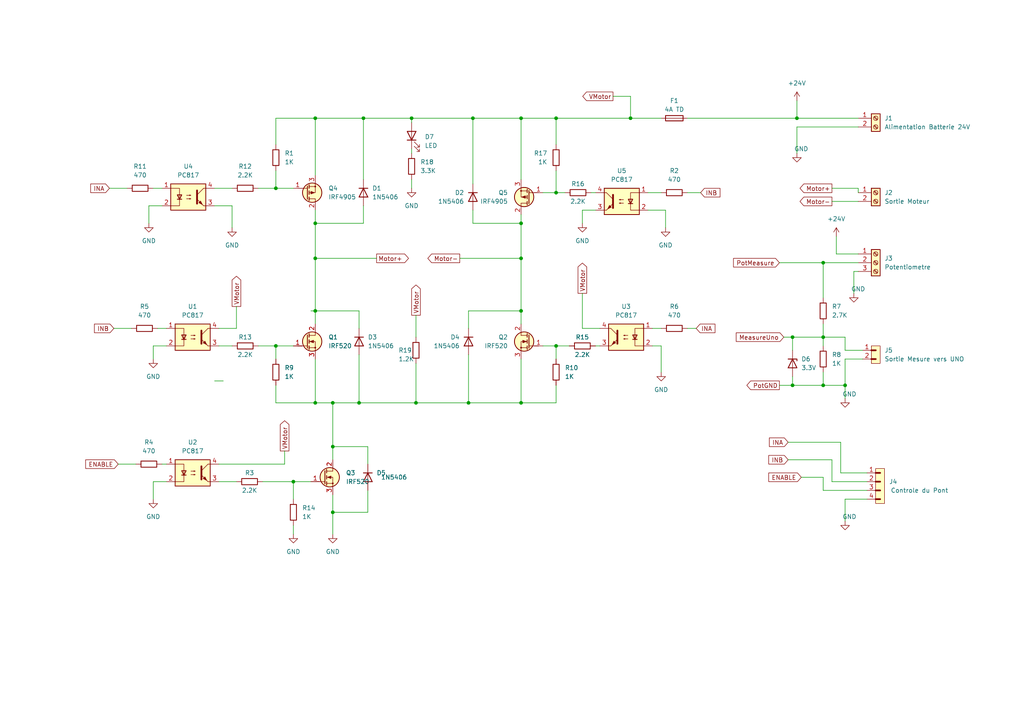
<source format=kicad_sch>
(kicad_sch (version 20231120) (generator "eeschema") (generator_version "8.0")
  (paper "A4")
  (title_block (title "Interface Moteur Elevation Panneau Solaire") (company "CREPP") (comment 1 "remplacement d'un L298N "))
  (lib_symbols
    (symbol "Connector:Screw_Terminal_01x02" (pin_names (offset 1.016) hide)
      (property "Reference" "J" (at 0 2.54 0))
      (property "Value" "Screw_Terminal_01x02" (at 0 -5.08 0))
      (symbol "Screw_Terminal_01x02_1_1"
        (rectangle (start -1.27 1.27) (end 1.27 -3.81) (stroke (width 0.254)) (fill (type background)))
        (circle (center 0 -2.54) (radius 0.635) (stroke (width 0.1524)))
        (polyline (pts (xy -0.5334 -2.2098) (xy 0.3302 -3.048)) (stroke (width 0.1524)))
        (polyline (pts (xy -0.5334 0.3302) (xy 0.3302 -0.508)) (stroke (width 0.1524)))
        (polyline (pts (xy -0.3556 -2.032) (xy 0.508 -2.8702)) (stroke (width 0.1524)))
        (polyline (pts (xy -0.3556 0.508) (xy 0.508 -0.3302)) (stroke (width 0.1524)))
        (circle (center 0 0) (radius 0.635) (stroke (width 0.1524)))
        (pin passive line (at -5.08 0 0) (length 3.81) (name "Pin_1") (number "1"))
        (pin passive line (at -5.08 -2.54 0) (length 3.81) (name "Pin_2") (number "2"))
      )
    )
    (symbol "Connector:Screw_Terminal_01x03" (pin_names (offset 1.016) hide)
      (property "Reference" "J" (at 0 5.08 0))
      (property "Value" "Screw_Terminal_01x03" (at 0 -5.08 0))
      (symbol "Screw_Terminal_01x03_1_1"
        (rectangle (start -1.27 3.81) (end 1.27 -3.81) (stroke (width 0.254)) (fill (type background)))
        (circle (center 0 -2.54) (radius 0.635) (stroke (width 0.1524)))
        (polyline (pts (xy -0.5334 -2.2098) (xy 0.3302 -3.048)) (stroke (width 0.1524)))
        (polyline (pts (xy -0.5334 0.3302) (xy 0.3302 -0.508)) (stroke (width 0.1524)))
        (polyline (pts (xy -0.5334 2.8702) (xy 0.3302 2.032)) (stroke (width 0.1524)))
        (polyline (pts (xy -0.3556 -2.032) (xy 0.508 -2.8702)) (stroke (width 0.1524)))
        (polyline (pts (xy -0.3556 0.508) (xy 0.508 -0.3302)) (stroke (width 0.1524)))
        (polyline (pts (xy -0.3556 3.048) (xy 0.508 2.2098)) (stroke (width 0.1524)))
        (circle (center 0 0) (radius 0.635) (stroke (width 0.1524)))
        (circle (center 0 2.54) (radius 0.635) (stroke (width 0.1524)))
        (pin passive line (at -5.08 2.54 0) (length 3.81) (name "Pin_1") (number "1"))
        (pin passive line (at -5.08 0 0) (length 3.81) (name "Pin_2") (number "2"))
        (pin passive line (at -5.08 -2.54 0) (length 3.81) (name "Pin_3") (number "3"))
      )
    )
    (symbol "Device:D_Zener" (pin_numbers hide) (pin_names (offset 1.016) hide)
      (property "Reference" "D" (at 0 2.54 0))
      (property "Value" "D_Zener" (at 0 -2.54 0))
      (symbol "D_Zener_0_1"
        (polyline (pts (xy 1.27 0) (xy -1.27 0)))
        (polyline (pts (xy -1.27 -1.27) (xy -1.27 1.27) (xy -0.762 1.27)) (stroke (width 0.254)))
        (polyline (pts (xy 1.27 -1.27) (xy 1.27 1.27) (xy -1.27 0) (xy 1.27 -1.27)) (stroke (width 0.254)))
      )
      (symbol "D_Zener_1_1"
        (pin passive line (at -3.81 0 0) (length 2.54) (name "K") (number "1"))
        (pin passive line (at 3.81 0 180) (length 2.54) (name "A") (number "2"))
      )
    )
    (symbol "Device:Fuse" (pin_numbers hide) (pin_names (offset 0))
      (property "Reference" "F" (at 2.032 0 90))
      (property "Value" "Fuse" (at -1.905 0 90))
      (symbol "Fuse_0_1"
        (rectangle (start -0.762 -2.54) (end 0.762 2.54) (stroke (width 0.254)))
        (polyline (pts (xy 0 2.54) (xy 0 -2.54)))
      )
      (symbol "Fuse_1_1"
        (pin passive line (at 0 3.81 270) (length 1.27) (name "~") (number "1"))
        (pin passive line (at 0 -3.81 90) (length 1.27) (name "~") (number "2"))
      )
    )
    (symbol "Device:LED" (pin_numbers hide) (pin_names (offset 1.016) hide)
      (property "Reference" "D" (at 0 2.54 0))
      (property "Value" "LED" (at 0 -2.54 0))
      (symbol "LED_0_1"
        (polyline (pts (xy -1.27 -1.27) (xy -1.27 1.27)) (stroke (width 0.254)))
        (polyline (pts (xy -1.27 0) (xy 1.27 0)))
        (polyline (pts (xy 1.27 -1.27) (xy 1.27 1.27) (xy -1.27 0) (xy 1.27 -1.27)) (stroke (width 0.254)))
        (polyline (pts (xy -3.048 -0.762) (xy -4.572 -2.286) (xy -3.81 -2.286) (xy -4.572 -2.286) (xy -4.572 -1.524)))
        (polyline (pts (xy -1.778 -0.762) (xy -3.302 -2.286) (xy -2.54 -2.286) (xy -3.302 -2.286) (xy -3.302 -1.524)))
      )
      (symbol "LED_1_1"
        (pin passive line (at -3.81 0 0) (length 2.54) (name "K") (number "1"))
        (pin passive line (at 3.81 0 180) (length 2.54) (name "A") (number "2"))
      )
    )
    (symbol "Diode:1N5406" (pin_numbers hide) (pin_names hide)
      (property "Reference" "D" (at 0 2.54 0))
      (property "Value" "1N5406" (at 0 -2.54 0))
      (symbol "1N5406_0_1"
        (polyline (pts (xy -1.27 1.27) (xy -1.27 -1.27)) (stroke (width 0.254)))
        (polyline (pts (xy 1.27 0) (xy -1.27 0)))
        (polyline (pts (xy 1.27 1.27) (xy 1.27 -1.27) (xy -1.27 0) (xy 1.27 1.27)) (stroke (width 0.254)))
      )
      (symbol "1N5406_1_1"
        (pin passive line (at -3.81 0 0) (length 2.54) (name "K") (number "1"))
        (pin passive line (at 3.81 0 180) (length 2.54) (name "A") (number "2"))
      )
    )
    (symbol "Isolator:PC817" (pin_names (offset 1.016))
      (property "Reference" "U" (at -5.08 5.08 0))
      (property "Value" "PC817" (at 0 5.08 0))
      (symbol "PC817_0_1"
        (rectangle (start -5.08 3.81) (end 5.08 -3.81) (stroke (width 0.254)) (fill (type background)))
        (polyline (pts (xy -3.175 -0.635) (xy -1.905 -0.635)) (stroke (width 0.254)))
        (polyline (pts (xy 2.54 0.635) (xy 4.445 2.54)))
        (polyline (pts (xy 4.445 -2.54) (xy 2.54 -0.635)) (fill (type outline)))
        (polyline (pts (xy 4.445 -2.54) (xy 5.08 -2.54)))
        (polyline (pts (xy 4.445 2.54) (xy 5.08 2.54)))
        (polyline (pts (xy -5.08 2.54) (xy -2.54 2.54) (xy -2.54 -0.635)))
        (polyline (pts (xy -2.54 -0.635) (xy -2.54 -2.54) (xy -5.08 -2.54)))
        (polyline (pts (xy 2.54 1.905) (xy 2.54 -1.905) (xy 2.54 -1.905)) (stroke (width 0.508)))
        (polyline (pts (xy -2.54 -0.635) (xy -3.175 0.635) (xy -1.905 0.635) (xy -2.54 -0.635)) (stroke (width 0.254)))
        (polyline (pts (xy -0.508 -0.508) (xy 0.762 -0.508) (xy 0.381 -0.635) (xy 0.381 -0.381) (xy 0.762 -0.508)))
        (polyline (pts (xy -0.508 0.508) (xy 0.762 0.508) (xy 0.381 0.381) (xy 0.381 0.635) (xy 0.762 0.508)))
        (polyline (pts (xy 3.048 -1.651) (xy 3.556 -1.143) (xy 4.064 -2.159) (xy 3.048 -1.651) (xy 3.048 -1.651)) (fill (type outline)))
      )
      (symbol "PC817_1_1"
        (pin passive line (at -7.62 2.54 0) (length 2.54) (name "~") (number "1"))
        (pin passive line (at -7.62 -2.54 0) (length 2.54) (name "~") (number "2"))
        (pin passive line (at 7.62 -2.54 180) (length 2.54) (name "~") (number "3"))
        (pin passive line (at 7.62 2.54 180) (length 2.54) (name "~") (number "4"))
      )
    )
    (symbol "PCM_SL_Devices:Resistor"
      (property "Reference" "R" (at 0 5.08 0))
      (property "Value" "Resistor" (at 0 2.54 0))
      (symbol "Resistor_0_1"
        (rectangle (start -2.286 0.889) (end 2.286 -0.889) (stroke (width 0.24)))
      )
      (symbol "Resistor_1_1"
        (pin passive line (at -3.81 0 0) (length 1.5) (name "") (number "1"))
        (pin passive line (at 3.81 0 180) (length 1.5) (name "~") (number "2"))
      )
    )
    (symbol "PCM_SL_Devices:Resistor_0.5W"
      (property "Reference" "R" (at 0 5.08 0))
      (property "Value" "Resistor_0.5W" (at 0 2.54 0))
      (symbol "Resistor_0.5W_0_1"
        (rectangle (start -2.286 0.889) (end 2.286 -0.889) (stroke (width 0.24)))
      )
      (symbol "Resistor_0.5W_1_1"
        (pin passive line (at -3.81 0 0) (length 1.5) (name "") (number "1"))
        (pin passive line (at 3.81 0 180) (length 1.5) (name "~") (number "2"))
      )
    )
    (symbol "PCM_SL_Pin_Headers:PINHD_1x2_Male"
      (property "Reference" "J" (at 0 6.35 0))
      (property "Value" "PINHD_1x2_Male" (at 0 3.81 0))
      (symbol "PINHD_1x2_Male_0_1"
        (rectangle (start -1.27 2.54) (end 1.27 -2.54) (fill (type background)))
        (polyline (pts (xy -1.27 -1.27) (xy 0 -1.27)) (stroke (width 0.3)))
        (polyline (pts (xy -1.27 -1.27) (xy 0 -1.27)) (stroke (width 0.5)))
        (polyline (pts (xy -1.27 1.27) (xy 0 1.27)) (stroke (width 0.3)))
        (polyline (pts (xy -1.27 1.27) (xy 0 1.27)) (stroke (width 0.5)))
      )
      (symbol "PINHD_1x2_Male_1_1"
        (pin passive line (at -3.81 1.27 0) (length 2.54) (name "") (number "1"))
        (pin passive line (at -3.81 -1.27 0) (length 2.54) (name "") (number "2"))
      )
    )
    (symbol "PCM_SL_Pin_Headers:PINHD_1x4_Male"
      (property "Reference" "J" (at 0 8.89 0))
      (property "Value" "PINHD_1x4_Male" (at 0 6.35 0))
      (symbol "PINHD_1x4_Male_0_1"
        (rectangle (start -1.27 5.08) (end 1.27 -5.08) (fill (type background)))
        (polyline (pts (xy -1.27 -3.81) (xy 0 -3.81)) (stroke (width 0.3)))
        (polyline (pts (xy -1.27 -3.81) (xy 0 -3.81)) (stroke (width 0.5)))
        (polyline (pts (xy -1.27 -1.27) (xy 0 -1.27)) (stroke (width 0.3)))
        (polyline (pts (xy -1.27 -1.27) (xy 0 -1.27)) (stroke (width 0.5)))
        (polyline (pts (xy -1.27 1.27) (xy 0 1.27)) (stroke (width 0.3)))
        (polyline (pts (xy -1.27 1.27) (xy 0 1.27)) (stroke (width 0.5)))
        (polyline (pts (xy -1.27 3.81) (xy 0 3.81)) (stroke (width 0.3)))
        (polyline (pts (xy -1.27 3.81) (xy 0 3.81)) (stroke (width 0.5)))
      )
      (symbol "PINHD_1x4_Male_1_1"
        (pin passive line (at -3.81 3.81 0) (length 2.54) (name "") (number "1"))
        (pin passive line (at -3.81 1.27 0) (length 2.54) (name "") (number "2"))
        (pin passive line (at -3.81 -1.27 0) (length 2.54) (name "") (number "3"))
        (pin passive line (at -3.81 -3.81 0) (length 2.54) (name "") (number "4"))
      )
    )
    (symbol "PCM_Transistor_MOSFET_AKL:IRF4905" (pin_names hide)
      (property "Reference" "Q" (at 5.08 1.27 0))
      (property "Value" "IRF4905" (at 5.08 -1.27 0))
      (symbol "IRF4905_0_1"
        (polyline (pts (xy 0.254 -1.905) (xy 0.254 1.905)) (stroke (width 0.254)))
        (polyline (pts (xy 0.254 1.27) (xy -2.54 1.27)))
        (polyline (pts (xy 0.762 -2.286) (xy 0.762 -1.27)) (stroke (width 0.254)))
        (polyline (pts (xy 0.762 -1.778) (xy 2.54 -1.778)))
        (polyline (pts (xy 0.762 -0.508) (xy 0.762 0.508)) (stroke (width 0.254)))
        (polyline (pts (xy 0.762 1.27) (xy 0.762 2.286)) (stroke (width 0.254)))
        (polyline (pts (xy 0.762 1.778) (xy 2.54 1.778)))
        (polyline (pts (xy 2.54 -2.54) (xy 2.54 -1.778)))
        (polyline (pts (xy 2.54 2.54) (xy 2.54 0) (xy 0.762 0)))
        (polyline (pts (xy 2.286 0) (xy 1.27 -0.381) (xy 1.27 0.381) (xy 2.286 0)) (fill (type outline)))
      )
      (symbol "IRF4905_1_1"
        (circle (center 1.651 0) (radius 2.794) (stroke (width 0.254)) (fill (type background)))
        (circle (center 2.54 1.778) (radius 0.1778) (fill (type outline)))
        (pin input line (at -3.81 1.27 0) (length 2.54) (name "G") (number "1"))
        (pin passive line (at 2.54 -5.08 90) (length 2.54) (name "D") (number "2"))
        (pin passive line (at 2.54 5.08 270) (length 2.54) (name "S") (number "3"))
      )
    )
    (symbol "PCM_Transistor_MOSFET_AKL:IRF520" (pin_names hide)
      (property "Reference" "Q" (at 5.08 1.27 0))
      (property "Value" "IRF520" (at 5.08 -1.27 0))
      (symbol "IRF520_0_1"
        (polyline (pts (xy 0.254 -1.27) (xy -2.54 -1.27)))
        (polyline (pts (xy 0.254 1.905) (xy 0.254 -1.905)) (stroke (width 0.254)))
        (polyline (pts (xy 0.762 -1.778) (xy 2.54 -1.778)))
        (polyline (pts (xy 0.762 -1.27) (xy 0.762 -2.286)) (stroke (width 0.254)))
        (polyline (pts (xy 0.762 0.508) (xy 0.762 -0.508)) (stroke (width 0.254)))
        (polyline (pts (xy 0.762 2.286) (xy 0.762 1.27)) (stroke (width 0.254)))
        (polyline (pts (xy 2.54 1.778) (xy 0.762 1.778)))
        (polyline (pts (xy 2.54 2.54) (xy 2.54 1.778)))
        (polyline (pts (xy 2.54 -2.54) (xy 2.54 0) (xy 0.762 0)))
        (polyline (pts (xy 1.016 0) (xy 2.032 0.381) (xy 2.032 -0.381) (xy 1.016 0)) (fill (type outline)))
        (circle (center 1.651 0) (radius 2.794) (stroke (width 0.254)) (fill (type background)))
        (circle (center 2.54 -1.778) (radius 0.1778) (fill (type outline)))
      )
      (symbol "IRF520_1_1"
        (pin input line (at -3.81 -1.27 0) (length 2.54) (name "G") (number "1"))
        (pin passive line (at 2.54 5.08 270) (length 2.54) (name "D") (number "2"))
        (pin passive line (at 2.54 -5.08 90) (length 2.54) (name "S") (number "3"))
      )
    )
    (symbol "power:+24V" (power) (pin_names (offset 0))
      (property "Value" "+24V" (at 0 3.556 0))
      (symbol "+24V_0_1"
        (polyline (pts (xy -0.762 1.27) (xy 0 2.54)))
        (polyline (pts (xy 0 0) (xy 0 2.54)))
        (polyline (pts (xy 0 2.54) (xy 0.762 1.27)))
      )
      (symbol "+24V_1_1"
        (pin power_in line (at 0 0 90) (length 0) hide (name "+24V") (number "1"))
      )
    )
    (symbol "power:GND" (power) (pin_names (offset 0))
      (property "Value" "GND" (at 0 -3.81 0))
      (symbol "GND_0_1"
        (polyline (pts (xy 0 0) (xy 0 -1.27) (xy 1.27 -1.27) (xy 0 -2.54) (xy -1.27 -1.27) (xy 0 -1.27)))
      )
      (symbol "GND_1_1"
        (pin power_in line (at 0 0 270) (length 0) hide (name "GND") (number "1"))
      )
    )
  )
  (junction (at 229.87 111.76))
  (junction (at 238.76 111.76))
  (junction (at 91.44 116.84))
  (junction (at 238.76 76.2))
  (junction (at 105.41 34.29))
  (junction (at 161.29 55.88))
  (junction (at 96.52 116.84))
  (junction (at 151.13 90.17))
  (junction (at 91.44 64.77))
  (junction (at 151.13 64.77))
  (junction (at 96.52 148.59))
  (junction (at 96.52 129.54))
  (junction (at 182.88 34.29))
  (junction (at 151.13 34.29))
  (junction (at 161.29 34.29))
  (junction (at 91.44 74.93))
  (junction (at 238.76 97.79))
  (junction (at 135.89 116.84))
  (junction (at 161.29 100.33))
  (junction (at 137.16 34.29))
  (junction (at 151.13 74.93))
  (junction (at 151.13 116.84))
  (junction (at 80.01 54.61))
  (junction (at 91.44 90.17))
  (junction (at 120.65 116.84))
  (junction (at 231.14 34.29))
  (junction (at 104.14 116.84))
  (junction (at 85.09 139.7))
  (junction (at 119.38 34.29))
  (junction (at 91.44 34.29))
  (junction (at 80.01 100.33))
  (junction (at 245.11 111.76))
  (junction (at 229.87 97.79))
  (wire (pts (xy 44.45 139.7) (xy 48.26 139.7)))
  (wire (pts (xy 229.87 97.79) (xy 229.87 101.6)))
  (wire (pts (xy 161.29 100.33) (xy 161.29 104.14)))
  (wire (pts (xy 80.01 111.76) (xy 80.01 116.84)))
  (wire (pts (xy 105.41 34.29) (xy 91.44 34.29)))
  (wire (pts (xy 119.38 52.07) (xy 119.38 54.61)))
  (wire (pts (xy 80.01 100.33) (xy 80.01 104.14)))
  (wire (pts (xy 91.44 34.29) (xy 91.44 50.8)))
  (wire (pts (xy 238.76 97.79) (xy 245.11 97.79)))
  (wire (pts (xy 177.8 27.94) (xy 182.88 27.94)))
  (wire (pts (xy 247.65 78.74) (xy 247.65 85.09)))
  (wire (pts (xy 172.72 100.33) (xy 173.99 100.33)))
  (wire (pts (xy 90.17 90.17) (xy 91.44 90.17)))
  (wire (pts (xy 62.23 110.49) (xy 64.77 110.49)))
  (wire (pts (xy 43.18 59.69) (xy 43.18 64.77)))
  (wire (pts (xy 137.16 53.34) (xy 137.16 34.29)))
  (wire (pts (xy 85.09 139.7) (xy 85.09 144.78)))
  (wire (pts (xy 231.14 34.29) (xy 199.39 34.29)))
  (wire (pts (xy 245.11 111.76) (xy 245.11 115.57)))
  (wire (pts (xy 238.76 76.2) (xy 248.92 76.2)))
  (wire (pts (xy 31.75 54.61) (xy 36.83 54.61)))
  (wire (pts (xy 80.01 54.61) (xy 85.09 54.61)))
  (wire (pts (xy 105.41 59.69) (xy 105.41 64.77)))
  (wire (pts (xy 120.65 91.44) (xy 120.65 97.79)))
  (wire (pts (xy 91.44 90.17) (xy 91.44 93.98)))
  (wire (pts (xy 241.3 133.35) (xy 241.3 139.7)))
  (wire (pts (xy 74.93 54.61) (xy 80.01 54.61)))
  (wire (pts (xy 182.88 34.29) (xy 191.77 34.29)))
  (wire (pts (xy 62.23 59.69) (xy 67.31 59.69)))
  (wire (pts (xy 151.13 116.84) (xy 161.29 116.84)))
  (wire (pts (xy 33.02 95.25) (xy 38.1 95.25)))
  (wire (pts (xy 46.99 134.62) (xy 48.26 134.62)))
  (wire (pts (xy 80.01 49.53) (xy 80.01 54.61)))
  (wire (pts (xy 104.14 102.87) (xy 104.14 116.84)))
  (wire (pts (xy 135.89 90.17) (xy 151.13 90.17)))
  (wire (pts (xy 243.84 128.27) (xy 243.84 137.16)))
  (wire (pts (xy 168.91 85.09) (xy 168.91 95.25)))
  (wire (pts (xy 238.76 107.95) (xy 238.76 111.76)))
  (wire (pts (xy 63.5 134.62) (xy 82.55 134.62)))
  (wire (pts (xy 193.04 60.96) (xy 193.04 66.04)))
  (wire (pts (xy 137.16 64.77) (xy 151.13 64.77)))
  (wire (pts (xy 245.11 104.14) (xy 245.11 111.76)))
  (wire (pts (xy 96.52 116.84) (xy 96.52 129.54)))
  (wire (pts (xy 241.3 54.61) (xy 248.92 54.61)))
  (wire (pts (xy 191.77 55.88) (xy 187.96 55.88)))
  (wire (pts (xy 46.99 59.69) (xy 43.18 59.69)))
  (wire (pts (xy 157.48 100.33) (xy 161.29 100.33)))
  (wire (pts (xy 248.92 36.83) (xy 231.14 36.83)))
  (wire (pts (xy 238.76 111.76) (xy 245.11 111.76)))
  (wire (pts (xy 238.76 138.43) (xy 238.76 142.24)))
  (wire (pts (xy 137.16 34.29) (xy 151.13 34.29)))
  (wire (pts (xy 82.55 130.81) (xy 82.55 134.62)))
  (wire (pts (xy 106.68 148.59) (xy 96.52 148.59)))
  (wire (pts (xy 229.87 109.22) (xy 229.87 111.76)))
  (wire (pts (xy 63.5 100.33) (xy 67.31 100.33)))
  (wire (pts (xy 135.89 95.25) (xy 135.89 90.17)))
  (wire (pts (xy 151.13 104.14) (xy 151.13 116.84)))
  (wire (pts (xy 189.23 100.33) (xy 191.77 100.33)))
  (wire (pts (xy 245.11 144.78) (xy 245.11 151.13)))
  (wire (pts (xy 96.52 148.59) (xy 96.52 154.94)))
  (wire (pts (xy 91.44 60.96) (xy 91.44 64.77)))
  (wire (pts (xy 91.44 74.93) (xy 91.44 90.17)))
  (wire (pts (xy 191.77 100.33) (xy 191.77 107.95)))
  (wire (pts (xy 119.38 43.18) (xy 119.38 44.45)))
  (wire (pts (xy 85.09 152.4) (xy 85.09 154.94)))
  (wire (pts (xy 133.35 74.93) (xy 151.13 74.93)))
  (wire (pts (xy 228.6 133.35) (xy 241.3 133.35)))
  (wire (pts (xy 151.13 34.29) (xy 161.29 34.29)))
  (wire (pts (xy 168.91 95.25) (xy 173.99 95.25)))
  (wire (pts (xy 151.13 62.23) (xy 151.13 64.77)))
  (wire (pts (xy 104.14 116.84) (xy 120.65 116.84)))
  (wire (pts (xy 241.3 139.7) (xy 251.46 139.7)))
  (wire (pts (xy 74.93 100.33) (xy 80.01 100.33)))
  (wire (pts (xy 151.13 74.93) (xy 151.13 90.17)))
  (wire (pts (xy 229.87 111.76) (xy 238.76 111.76)))
  (wire (pts (xy 245.11 104.14) (xy 250.19 104.14)))
  (wire (pts (xy 96.52 129.54) (xy 106.68 129.54)))
  (wire (pts (xy 105.41 64.77) (xy 91.44 64.77)))
  (wire (pts (xy 91.44 116.84) (xy 96.52 116.84)))
  (wire (pts (xy 251.46 144.78) (xy 245.11 144.78)))
  (wire (pts (xy 76.2 139.7) (xy 85.09 139.7)))
  (wire (pts (xy 172.72 55.88) (xy 171.45 55.88)))
  (wire (pts (xy 91.44 74.93) (xy 109.22 74.93)))
  (wire (pts (xy 62.23 54.61) (xy 67.31 54.61)))
  (wire (pts (xy 248.92 34.29) (xy 231.14 34.29)))
  (wire (pts (xy 227.33 97.79) (xy 229.87 97.79)))
  (wire (pts (xy 119.38 34.29) (xy 137.16 34.29)))
  (wire (pts (xy 48.26 100.33) (xy 44.45 100.33)))
  (wire (pts (xy 245.11 101.6) (xy 250.19 101.6)))
  (wire (pts (xy 96.52 143.51) (xy 96.52 148.59)))
  (wire (pts (xy 161.29 34.29) (xy 161.29 41.91)))
  (wire (pts (xy 241.3 58.42) (xy 248.92 58.42)))
  (wire (pts (xy 63.5 139.7) (xy 68.58 139.7)))
  (wire (pts (xy 161.29 100.33) (xy 165.1 100.33)))
  (wire (pts (xy 151.13 64.77) (xy 151.13 74.93)))
  (wire (pts (xy 201.93 95.25) (xy 199.39 95.25)))
  (wire (pts (xy 168.91 60.96) (xy 168.91 64.77)))
  (wire (pts (xy 91.44 64.77) (xy 91.44 74.93)))
  (wire (pts (xy 238.76 142.24) (xy 251.46 142.24)))
  (wire (pts (xy 243.84 137.16) (xy 251.46 137.16)))
  (wire (pts (xy 151.13 34.29) (xy 151.13 52.07)))
  (wire (pts (xy 226.06 76.2) (xy 238.76 76.2)))
  (wire (pts (xy 135.89 102.87) (xy 135.89 116.84)))
  (wire (pts (xy 96.52 129.54) (xy 96.52 133.35)))
  (wire (pts (xy 106.68 142.24) (xy 106.68 148.59)))
  (wire (pts (xy 231.14 36.83) (xy 231.14 44.45)))
  (wire (pts (xy 68.58 88.9) (xy 68.58 95.25)))
  (wire (pts (xy 105.41 52.07) (xy 105.41 34.29)))
  (wire (pts (xy 137.16 60.96) (xy 137.16 64.77)))
  (wire (pts (xy 44.45 139.7) (xy 44.45 144.78)))
  (wire (pts (xy 44.45 100.33) (xy 44.45 104.14)))
  (wire (pts (xy 182.88 27.94) (xy 182.88 34.29)))
  (wire (pts (xy 238.76 93.98) (xy 238.76 97.79)))
  (wire (pts (xy 228.6 128.27) (xy 243.84 128.27)))
  (wire (pts (xy 106.68 134.62) (xy 106.68 129.54)))
  (wire (pts (xy 45.72 95.25) (xy 48.26 95.25)))
  (wire (pts (xy 104.14 90.17) (xy 104.14 95.25)))
  (wire (pts (xy 120.65 105.41) (xy 120.65 116.84)))
  (wire (pts (xy 248.92 78.74) (xy 247.65 78.74)))
  (wire (pts (xy 187.96 60.96) (xy 193.04 60.96)))
  (wire (pts (xy 80.01 34.29) (xy 80.01 41.91)))
  (wire (pts (xy 67.31 59.69) (xy 67.31 66.04)))
  (wire (pts (xy 242.57 73.66) (xy 248.92 73.66)))
  (wire (pts (xy 191.77 95.25) (xy 189.23 95.25)))
  (wire (pts (xy 119.38 34.29) (xy 119.38 35.56)))
  (wire (pts (xy 157.48 55.88) (xy 161.29 55.88)))
  (wire (pts (xy 63.5 95.25) (xy 68.58 95.25)))
  (wire (pts (xy 135.89 116.84) (xy 151.13 116.84)))
  (wire (pts (xy 199.39 55.88) (xy 203.2 55.88)))
  (wire (pts (xy 238.76 97.79) (xy 238.76 100.33)))
  (wire (pts (xy 80.01 100.33) (xy 85.09 100.33)))
  (wire (pts (xy 161.29 111.76) (xy 161.29 116.84)))
  (wire (pts (xy 96.52 116.84) (xy 104.14 116.84)))
  (wire (pts (xy 44.45 54.61) (xy 46.99 54.61)))
  (wire (pts (xy 91.44 104.14) (xy 91.44 116.84)))
  (wire (pts (xy 161.29 49.53) (xy 161.29 55.88)))
  (wire (pts (xy 242.57 68.58) (xy 242.57 73.66)))
  (wire (pts (xy 91.44 90.17) (xy 104.14 90.17)))
  (wire (pts (xy 172.72 60.96) (xy 168.91 60.96)))
  (wire (pts (xy 34.29 134.62) (xy 39.37 134.62)))
  (wire (pts (xy 80.01 34.29) (xy 91.44 34.29)))
  (wire (pts (xy 226.06 111.76) (xy 229.87 111.76)))
  (wire (pts (xy 105.41 34.29) (xy 119.38 34.29)))
  (wire (pts (xy 80.01 116.84) (xy 91.44 116.84)))
  (wire (pts (xy 120.65 116.84) (xy 135.89 116.84)))
  (wire (pts (xy 161.29 55.88) (xy 163.83 55.88)))
  (wire (pts (xy 161.29 34.29) (xy 182.88 34.29)))
  (wire (pts (xy 231.14 34.29) (xy 231.14 29.21)))
  (wire (pts (xy 151.13 90.17) (xy 151.13 93.98)))
  (wire (pts (xy 245.11 97.79) (xy 245.11 101.6)))
  (wire (pts (xy 229.87 97.79) (xy 238.76 97.79)))
  (wire (pts (xy 85.09 139.7) (xy 90.17 139.7)))
  (wire (pts (xy 248.92 54.61) (xy 248.92 55.88)))
  (wire (pts (xy 238.76 76.2) (xy 238.76 86.36)))
  (wire (pts (xy 232.41 138.43) (xy 238.76 138.43)))
  (global_label "Motor+" (shape output) (at 241.3 54.61 180) (property "Intersheetrefs" "${INTERSHEET_REFS}" (effects (hide yes))))
  (global_label "VMotor" (shape output) (at 82.55 130.81 90) (property "Intersheetrefs" "${INTERSHEET_REFS}" (effects (hide yes))))
  (global_label "INA" (shape input) (at 31.75 54.61 180) (property "Intersheetrefs" "${INTERSHEET_REFS}" (effects (hide yes))))
  (global_label "ENABLE" (shape input) (at 34.29 134.62 180) (property "Intersheetrefs" "${INTERSHEET_REFS}" (effects (hide yes))))
  (global_label "INB" (shape input) (at 33.02 95.25 180) (property "Intersheetrefs" "${INTERSHEET_REFS}" (effects (hide yes))))
  (global_label "VMotor" (shape output) (at 68.58 88.9 90) (property "Intersheetrefs" "${INTERSHEET_REFS}" (effects (hide yes))))
  (global_label "Motor+" (shape output) (at 109.22 74.93 0) (property "Intersheetrefs" "${INTERSHEET_REFS}" (effects (hide yes))))
  (global_label "PotGND" (shape output) (at 226.06 111.76 180) (property "Intersheetrefs" "${INTERSHEET_REFS}" (effects (hide yes))))
  (global_label "Motor-" (shape output) (at 241.3 58.42 180) (property "Intersheetrefs" "${INTERSHEET_REFS}" (effects (hide yes))))
  (global_label "ENABLE" (shape input) (at 232.41 138.43 180) (property "Intersheetrefs" "${INTERSHEET_REFS}" (effects (hide yes))))
  (global_label "PotMeasure" (shape input) (at 226.06 76.2 180) (property "Intersheetrefs" "${INTERSHEET_REFS}" (effects (hide yes))))
  (global_label "VMotor" (shape output) (at 168.91 85.09 90) (property "Intersheetrefs" "${INTERSHEET_REFS}" (effects (hide yes))))
  (global_label "Motor-" (shape output) (at 133.35 74.93 180) (property "Intersheetrefs" "${INTERSHEET_REFS}" (effects (hide yes))))
  (global_label "VMotor" (shape output) (at 177.8 27.94 180) (property "Intersheetrefs" "${INTERSHEET_REFS}" (effects (hide yes))))
  (global_label "INA" (shape input) (at 228.6 128.27 180) (property "Intersheetrefs" "${INTERSHEET_REFS}" (effects (hide yes))))
  (global_label "INA" (shape input) (at 201.93 95.25 0) (property "Intersheetrefs" "${INTERSHEET_REFS}" (effects (hide yes))))
  (global_label "VMotor" (shape output) (at 120.65 91.44 90) (property "Intersheetrefs" "${INTERSHEET_REFS}" (effects (hide yes))))
  (global_label "MeasureUno" (shape input) (at 227.33 97.79 180) (property "Intersheetrefs" "${INTERSHEET_REFS}" (effects (hide yes))))
  (global_label "INB" (shape input) (at 228.6 133.35 180) (property "Intersheetrefs" "${INTERSHEET_REFS}" (effects (hide yes))))
  (global_label "INB" (shape input) (at 203.2 55.88 0) (property "Intersheetrefs" "${INTERSHEET_REFS}" (effects (hide yes))))
  (symbol (lib_id "power:GND") (at 85.09 154.94 0) (unit 1)
    (property "Reference" "#PWR012" (effects (hide yes)))
    (property "Value" "GND" (at 85.09 160.02 0))
  )
  (symbol (lib_id "Connector:Screw_Terminal_01x02") (at 254 34.29 0) (unit 1)
    (property "Reference" "J1" (at 256.54 34.29 0) (effects (justify left)))
    (property "Value" "Alimentation Batterie 24V" (at 256.54 36.83 0) (effects (justify left)))
    (property "Footprint" "TerminalBlock_Phoenix:TerminalBlock_Phoenix_MKDS-1,5-2-5.08_1x02_P5.08mm_Horizontal" (effects (hide yes)))
  )
  (symbol (lib_id "PCM_SL_Devices:Resistor") (at 238.76 104.14 270) (unit 1)
    (property "Reference" "R8" (at 241.3 102.87 90) (effects (justify left)))
    (property "Value" "1K" (at 241.3 105.41 90) (effects (justify left)))
    (property "Footprint" "Resistor_THT:R_Axial_DIN0207_L6.3mm_D2.5mm_P10.16mm_Horizontal" (effects (hide yes)))
  )
  (symbol (lib_id "Device:LED") (at 119.38 39.37 90) (unit 1)
    (property "Reference" "D7" (at 123.19 39.6875 90) (effects (justify right)))
    (property "Value" "LED" (at 123.19 42.2275 90) (effects (justify right)))
    (property "Footprint" "LED_THT:LED_D3.0mm" (effects (hide yes)))
  )
  (symbol (lib_id "power:GND") (at 44.45 144.78 0) (unit 1)
    (property "Reference" "#PWR07" (effects (hide yes)))
    (property "Value" "GND" (at 44.45 149.86 0))
  )
  (symbol (lib_id "PCM_Transistor_MOSFET_AKL:IRF4905") (at 153.67 57.15 0) (mirror y) (unit 1)
    (property "Reference" "Q5" (at 147.32 55.88 0) (effects (justify left)))
    (property "Value" "IRF4905" (at 147.32 58.42 0) (effects (justify left)))
    (property "Footprint" "Package_TO_SOT_THT:TO-220-3_Vertical" (effects (hide yes)))
    (property "Datasheet" "https://www.tme.eu/Document/6b5423f4bc207bf599b8e5a57c2f701a/irf4905.pdf" (effects (hide yes)))
  )
  (symbol (lib_id "Isolator:PC817") (at 55.88 97.79 0) (unit 1)
    (property "Reference" "U1" (at 55.88 88.9 0))
    (property "Value" "PC817" (at 55.88 91.44 0))
    (property "Footprint" "Package_DIP:DIP-4_W7.62mm" (effects (hide yes)))
    (property "Datasheet" "http://www.soselectronic.cz/a_info/resource/d/pc817.pdf" (effects (hide yes)))
  )
  (symbol (lib_id "PCM_SL_Devices:Resistor_0.5W") (at 40.64 54.61 0) (unit 1)
    (property "Reference" "R11" (at 40.64 48.26 0))
    (property "Value" "470" (at 40.64 50.8 0))
    (property "Footprint" "Resistor_THT:R_Axial_DIN0309_L9.0mm_D3.2mm_P15.24mm_Horizontal" (effects (hide yes)))
  )
  (symbol (lib_id "PCM_SL_Devices:Resistor_0.5W") (at 43.18 134.62 0) (unit 1)
    (property "Reference" "R4" (at 43.18 128.27 0))
    (property "Value" "470" (at 43.18 130.81 0))
    (property "Footprint" "Resistor_THT:R_Axial_DIN0309_L9.0mm_D3.2mm_P15.24mm_Horizontal" (effects (hide yes)))
  )
  (symbol (lib_id "power:GND") (at 44.45 104.14 0) (unit 1)
    (property "Reference" "#PWR03" (effects (hide yes)))
    (property "Value" "GND" (at 44.45 109.22 0))
  )
  (symbol (lib_id "PCM_SL_Devices:Resistor") (at 238.76 90.17 90) (unit 1)
    (property "Reference" "R7" (at 241.3 88.9 90) (effects (justify right)))
    (property "Value" "2.7K" (at 241.3 91.44 90) (effects (justify right)))
    (property "Footprint" "Resistor_THT:R_Axial_DIN0207_L6.3mm_D2.5mm_P10.16mm_Horizontal" (effects (hide yes)))
  )
  (symbol (lib_id "Device:Fuse") (at 195.58 34.29 270) (unit 1)
    (property "Reference" "F1" (at 195.58 29.21 90))
    (property "Value" "4A TD" (at 195.58 31.75 90))
    (property "Footprint" "PCM_Fuse_Handsoldering_AKL:Fuseholder_Cylinder-5x20mm_Schurter_OGN-SMD_Horizontal_Open" (effects (hide yes)))
  )
  (symbol (lib_id "power:GND") (at 245.11 115.57 0) (unit 1)
    (property "Reference" "#PWR010" (effects (hide yes)))
    (property "Value" "GND" (at 246.38 114.3 0))
  )
  (symbol (lib_id "power:+24V") (at 231.14 29.21 0) (unit 1)
    (property "Reference" "#PWR01" (effects (hide yes)))
    (property "Value" "+24V" (at 231.14 24.13 0))
  )
  (symbol (lib_id "PCM_SL_Devices:Resistor_0.5W") (at 168.91 100.33 0) (mirror y) (unit 1)
    (property "Reference" "R15" (at 168.91 97.79 0))
    (property "Value" "2.2K" (at 168.91 102.87 0))
    (property "Footprint" "Resistor_THT:R_Axial_DIN0309_L9.0mm_D3.2mm_P15.24mm_Horizontal" (effects (hide yes)))
  )
  (symbol (lib_id "PCM_SL_Devices:Resistor_0.5W") (at 80.01 107.95 270) (unit 1)
    (property "Reference" "R9" (at 82.55 106.68 90) (effects (justify left)))
    (property "Value" "1K" (at 82.55 109.22 90) (effects (justify left)))
    (property "Footprint" "Resistor_THT:R_Axial_DIN0309_L9.0mm_D3.2mm_P15.24mm_Horizontal" (effects (hide yes)))
  )
  (symbol (lib_id "power:GND") (at 245.11 151.13 0) (unit 1)
    (property "Reference" "#PWR011" (effects (hide yes)))
    (property "Value" "GND" (at 246.38 149.86 0))
  )
  (symbol (lib_id "Isolator:PC817") (at 180.34 58.42 0) (mirror y) (unit 1)
    (property "Reference" "U5" (at 180.34 49.53 0))
    (property "Value" "PC817" (at 180.34 52.07 0))
    (property "Footprint" "Package_DIP:DIP-4_W7.62mm" (effects (hide yes)))
    (property "Datasheet" "http://www.soselectronic.cz/a_info/resource/d/pc817.pdf" (effects (hide yes)))
  )
  (symbol (lib_id "Diode:1N5406") (at 106.68 138.43 270) (unit 1)
    (property "Reference" "D5" (at 109.22 137.16 90) (effects (justify left)))
    (property "Value" "1N5406" (at 110.49 138.43 90) (effects (justify left)))
    (property "Footprint" "Diode_THT:D_DO-201AD_P15.24mm_Horizontal" (effects (hide yes)))
    (property "Datasheet" "http://www.vishay.com/docs/88516/1n5400.pdf" (effects (hide yes)))
    (property "Sim.Device" "D" (effects (hide yes)))
    (property "Sim.Pins" "1=K 2=A" (effects (hide yes)))
  )
  (symbol (lib_id "Isolator:PC817") (at 54.61 57.15 0) (unit 1)
    (property "Reference" "U4" (at 54.61 48.26 0))
    (property "Value" "PC817" (at 54.61 50.8 0))
    (property "Footprint" "Package_DIP:DIP-4_W7.62mm" (effects (hide yes)))
    (property "Datasheet" "http://www.soselectronic.cz/a_info/resource/d/pc817.pdf" (effects (hide yes)))
  )
  (symbol (lib_id "PCM_SL_Pin_Headers:PINHD_1x4_Male") (at 255.27 140.97 0) (unit 1)
    (property "Reference" "J4" (at 259.08 139.7 0))
    (property "Value" "Controle du Pont" (at 266.7 142.24 0))
    (property "Footprint" "Connector_PinHeader_2.54mm:PinHeader_1x04_P2.54mm_Vertical" (effects (hide yes)))
  )
  (symbol (lib_id "power:GND") (at 168.91 64.77 0) (mirror y) (unit 1)
    (property "Reference" "#PWR015" (effects (hide yes)))
    (property "Value" "GND" (at 168.91 69.85 0))
  )
  (symbol (lib_id "PCM_SL_Devices:Resistor_0.5W") (at 119.38 48.26 270) (unit 1)
    (property "Reference" "R18" (at 121.92 46.99 90) (effects (justify left)))
    (property "Value" "3.3K" (at 121.92 49.53 90) (effects (justify left)))
    (property "Footprint" "Resistor_THT:R_Axial_DIN0309_L9.0mm_D3.2mm_P15.24mm_Horizontal" (effects (hide yes)))
  )
  (symbol (lib_id "Isolator:PC817") (at 181.61 97.79 0) (mirror y) (unit 1)
    (property "Reference" "U3" (at 181.61 88.9 0))
    (property "Value" "PC817" (at 181.61 91.44 0))
    (property "Footprint" "Package_DIP:DIP-4_W7.62mm" (effects (hide yes)))
    (property "Datasheet" "http://www.soselectronic.cz/a_info/resource/d/pc817.pdf" (effects (hide yes)))
  )
  (symbol (lib_id "Diode:1N5406") (at 135.89 99.06 90) (mirror x) (unit 1)
    (property "Reference" "D4" (at 133.35 97.79 90) (effects (justify left)))
    (property "Value" "1N5406" (at 133.35 100.33 90) (effects (justify left)))
    (property "Footprint" "Diode_THT:D_DO-201AD_P15.24mm_Horizontal" (effects (hide yes)))
    (property "Datasheet" "http://www.vishay.com/docs/88516/1n5400.pdf" (effects (hide yes)))
    (property "Sim.Device" "D" (effects (hide yes)))
    (property "Sim.Pins" "1=K 2=A" (effects (hide yes)))
  )
  (symbol (lib_id "PCM_SL_Devices:Resistor_0.5W") (at 195.58 95.25 0) (mirror y) (unit 1)
    (property "Reference" "R6" (at 195.58 88.9 0))
    (property "Value" "470" (at 195.58 91.44 0))
    (property "Footprint" "Resistor_THT:R_Axial_DIN0309_L9.0mm_D3.2mm_P15.24mm_Horizontal" (effects (hide yes)))
  )
  (symbol (lib_id "power:GND") (at 247.65 85.09 0) (unit 1)
    (property "Reference" "#PWR09" (effects (hide yes)))
    (property "Value" "GND" (at 248.92 83.82 0))
  )
  (symbol (lib_id "power:+24V") (at 242.57 68.58 0) (unit 1)
    (property "Reference" "#PWR08" (effects (hide yes)))
    (property "Value" "+24V" (at 242.57 63.5 0))
  )
  (symbol (lib_id "PCM_SL_Devices:Resistor_0.5W") (at 120.65 101.6 270) (unit 1)
    (property "Reference" "R19" (at 115.57 101.6 90) (effects (justify left)))
    (property "Value" "1.2K" (at 115.57 104.14 90) (effects (justify left)))
    (property "Footprint" "Resistor_THT:R_Axial_DIN0516_L15.5mm_D5.0mm_P20.32mm_Horizontal" (effects (hide yes)))
  )
  (symbol (lib_id "PCM_SL_Devices:Resistor_0.5W") (at 71.12 54.61 0) (unit 1)
    (property "Reference" "R12" (at 71.12 48.26 0))
    (property "Value" "2.2K" (at 71.12 50.8 0))
    (property "Footprint" "Resistor_THT:R_Axial_DIN0309_L9.0mm_D3.2mm_P15.24mm_Horizontal" (effects (hide yes)))
  )
  (symbol (lib_id "PCM_SL_Devices:Resistor_0.5W") (at 195.58 55.88 0) (mirror y) (unit 1)
    (property "Reference" "R2" (at 195.58 49.53 0))
    (property "Value" "470" (at 195.58 52.07 0))
    (property "Footprint" "Resistor_THT:R_Axial_DIN0309_L9.0mm_D3.2mm_P15.24mm_Horizontal" (effects (hide yes)))
  )
  (symbol (lib_id "PCM_SL_Devices:Resistor_0.5W") (at 71.12 100.33 0) (unit 1)
    (property "Reference" "R13" (at 71.12 97.79 0))
    (property "Value" "2.2K" (at 71.12 102.87 0))
    (property "Footprint" "Resistor_THT:R_Axial_DIN0309_L9.0mm_D3.2mm_P15.24mm_Horizontal" (effects (hide yes)))
  )
  (symbol (lib_id "Diode:1N5406") (at 105.41 55.88 270) (unit 1)
    (property "Reference" "D1" (at 107.95 54.61 90) (effects (justify left)))
    (property "Value" "1N5406" (at 107.95 57.15 90) (effects (justify left)))
    (property "Footprint" "Diode_THT:D_DO-201AD_P15.24mm_Horizontal" (effects (hide yes)))
    (property "Datasheet" "http://www.vishay.com/docs/88516/1n5400.pdf" (effects (hide yes)))
    (property "Sim.Device" "D" (effects (hide yes)))
    (property "Sim.Pins" "1=K 2=A" (effects (hide yes)))
  )
  (symbol (lib_id "PCM_Transistor_MOSFET_AKL:IRF4905") (at 88.9 55.88 0) (unit 1)
    (property "Reference" "Q4" (at 95.25 54.61 0) (effects (justify left)))
    (property "Value" "IRF4905" (at 95.25 57.15 0) (effects (justify left)))
    (property "Footprint" "Package_TO_SOT_THT:TO-220-3_Vertical" (effects (hide yes)))
    (property "Datasheet" "https://www.tme.eu/Document/6b5423f4bc207bf599b8e5a57c2f701a/irf4905.pdf" (effects (hide yes)))
  )
  (symbol (lib_id "power:GND") (at 231.14 44.45 0) (unit 1)
    (property "Reference" "#PWR02" (effects (hide yes)))
    (property "Value" "GND" (at 232.41 43.18 0))
  )
  (symbol (lib_id "PCM_Transistor_MOSFET_AKL:IRF520") (at 153.67 99.06 0) (mirror y) (unit 1)
    (property "Reference" "Q2" (at 147.32 97.79 0) (effects (justify left)))
    (property "Value" "IRF520" (at 147.32 100.33 0) (effects (justify left)))
    (property "Footprint" "Package_TO_SOT_THT:TO-220-3_Vertical" (effects (hide yes)))
    (property "Datasheet" "https://www.tme.eu/Document/f92e3a72a387abb9a14eed6a0b9ccfe0/IRF520PBF.pdf" (effects (hide yes)))
  )
  (symbol (lib_id "PCM_Transistor_MOSFET_AKL:IRF520") (at 88.9 99.06 0) (unit 1)
    (property "Reference" "Q1" (at 95.25 97.79 0) (effects (justify left)))
    (property "Value" "IRF520" (at 95.25 100.33 0) (effects (justify left)))
    (property "Footprint" "Package_TO_SOT_THT:TO-220-3_Vertical" (effects (hide yes)))
    (property "Datasheet" "https://www.tme.eu/Document/f92e3a72a387abb9a14eed6a0b9ccfe0/IRF520PBF.pdf" (effects (hide yes)))
  )
  (symbol (lib_id "power:GND") (at 191.77 107.95 0) (mirror y) (unit 1)
    (property "Reference" "#PWR06" (effects (hide yes)))
    (property "Value" "GND" (at 191.77 113.03 0))
  )
  (symbol (lib_id "Connector:Screw_Terminal_01x03") (at 254 76.2 0) (unit 1)
    (property "Reference" "J3" (at 256.54 74.93 0) (effects (justify left)))
    (property "Value" "Potentiometre" (at 256.54 77.47 0) (effects (justify left)))
    (property "Footprint" "TerminalBlock_Phoenix:TerminalBlock_Phoenix_MKDS-1,5-3-5.08_1x03_P5.08mm_Horizontal" (effects (hide yes)))
  )
  (symbol (lib_id "PCM_SL_Devices:Resistor_0.5W") (at 161.29 107.95 270) (unit 1)
    (property "Reference" "R10" (at 163.83 106.68 90) (effects (justify left)))
    (property "Value" "1K" (at 163.83 109.22 90) (effects (justify left)))
    (property "Footprint" "Resistor_THT:R_Axial_DIN0309_L9.0mm_D3.2mm_P15.24mm_Horizontal" (effects (hide yes)))
  )
  (symbol (lib_id "Isolator:PC817") (at 55.88 137.16 0) (unit 1)
    (property "Reference" "U2" (at 55.88 128.27 0))
    (property "Value" "PC817" (at 55.88 130.81 0))
    (property "Footprint" "Package_DIP:DIP-4_W7.62mm" (effects (hide yes)))
    (property "Datasheet" "http://www.soselectronic.cz/a_info/resource/d/pc817.pdf" (effects (hide yes)))
  )
  (symbol (lib_id "power:GND") (at 67.31 66.04 0) (unit 1)
    (property "Reference" "#PWR014" (effects (hide yes)))
    (property "Value" "GND" (at 67.31 71.12 0))
  )
  (symbol (lib_id "PCM_SL_Devices:Resistor_0.5W") (at 41.91 95.25 0) (unit 1)
    (property "Reference" "R5" (at 41.91 88.9 0))
    (property "Value" "470" (at 41.91 91.44 0))
    (property "Footprint" "Resistor_THT:R_Axial_DIN0309_L9.0mm_D3.2mm_P15.24mm_Horizontal" (effects (hide yes)))
  )
  (symbol (lib_id "PCM_SL_Devices:Resistor_0.5W") (at 72.39 139.7 0) (unit 1)
    (property "Reference" "R3" (at 72.39 137.16 0))
    (property "Value" "2.2K" (at 72.39 142.24 0))
    (property "Footprint" "Resistor_THT:R_Axial_DIN0309_L9.0mm_D3.2mm_P15.24mm_Horizontal" (effects (hide yes)))
  )
  (symbol (lib_id "PCM_SL_Pin_Headers:PINHD_1x2_Male") (at 254 102.87 0) (unit 1)
    (property "Reference" "J5" (at 256.54 101.6 0) (effects (justify left)))
    (property "Value" "Sortie Mesure vers UNO" (at 256.54 104.14 0) (effects (justify left)))
    (property "Footprint" "Connector_PinHeader_2.54mm:PinHeader_1x02_P2.54mm_Vertical" (effects (hide yes)))
  )
  (symbol (lib_id "Diode:1N5406") (at 104.14 99.06 270) (unit 1)
    (property "Reference" "D3" (at 106.68 97.79 90) (effects (justify left)))
    (property "Value" "1N5406" (at 106.68 100.33 90) (effects (justify left)))
    (property "Footprint" "Diode_THT:D_DO-201AD_P15.24mm_Horizontal" (effects (hide yes)))
    (property "Datasheet" "http://www.vishay.com/docs/88516/1n5400.pdf" (effects (hide yes)))
    (property "Sim.Device" "D" (effects (hide yes)))
    (property "Sim.Pins" "1=K 2=A" (effects (hide yes)))
  )
  (symbol (lib_id "power:GND") (at 43.18 64.77 0) (unit 1)
    (property "Reference" "#PWR013" (effects (hide yes)))
    (property "Value" "GND" (at 43.18 69.85 0))
  )
  (symbol (lib_id "PCM_SL_Devices:Resistor_0.5W") (at 161.29 45.72 90) (mirror x) (unit 1)
    (property "Reference" "R17" (at 158.75 44.45 90) (effects (justify left)))
    (property "Value" "1K" (at 158.75 46.99 90) (effects (justify left)))
    (property "Footprint" "Resistor_THT:R_Axial_DIN0309_L9.0mm_D3.2mm_P15.24mm_Horizontal" (effects (hide yes)))
  )
  (symbol (lib_id "PCM_SL_Devices:Resistor_0.5W") (at 85.09 148.59 270) (unit 1)
    (property "Reference" "R14" (at 87.63 147.32 90) (effects (justify left)))
    (property "Value" "1K" (at 87.63 149.86 90) (effects (justify left)))
    (property "Footprint" "Resistor_THT:R_Axial_DIN0309_L9.0mm_D3.2mm_P15.24mm_Horizontal" (effects (hide yes)))
  )
  (symbol (lib_id "Connector:Screw_Terminal_01x02") (at 254 55.88 0) (unit 1)
    (property "Reference" "J2" (at 256.54 55.88 0) (effects (justify left)))
    (property "Value" "Sortie Moteur" (at 256.54 58.42 0) (effects (justify left)))
    (property "Footprint" "TerminalBlock_Phoenix:TerminalBlock_Phoenix_MKDS-1,5-2-5.08_1x02_P5.08mm_Horizontal" (effects (hide yes)))
  )
  (symbol (lib_id "PCM_Transistor_MOSFET_AKL:IRF520") (at 93.98 138.43 0) (unit 1)
    (property "Reference" "Q3" (at 100.33 137.16 0) (effects (justify left)))
    (property "Value" "IRF520" (at 100.33 139.7 0) (effects (justify left)))
    (property "Footprint" "Package_TO_SOT_THT:TO-220-3_Vertical" (effects (hide yes)))
    (property "Datasheet" "https://www.tme.eu/Document/f92e3a72a387abb9a14eed6a0b9ccfe0/IRF520PBF.pdf" (effects (hide yes)))
  )
  (symbol (lib_id "power:GND") (at 119.38 54.61 0) (mirror y) (unit 1)
    (property "Reference" "#PWR016" (effects (hide yes)))
    (property "Value" "GND" (at 119.38 59.69 0))
  )
  (symbol (lib_id "power:GND") (at 96.52 154.94 0) (unit 1)
    (property "Reference" "#PWR05" (effects (hide yes)))
    (property "Value" "GND" (at 96.52 160.02 0))
  )
  (symbol (lib_id "power:GND") (at 193.04 66.04 0) (mirror y) (unit 1)
    (property "Reference" "#PWR04" (effects (hide yes)))
    (property "Value" "GND" (at 193.04 71.12 0))
  )
  (symbol (lib_id "PCM_SL_Devices:Resistor_0.5W") (at 80.01 45.72 270) (unit 1)
    (property "Reference" "R1" (at 82.55 44.45 90) (effects (justify left)))
    (property "Value" "1K" (at 82.55 46.99 90) (effects (justify left)))
    (property "Footprint" "Resistor_THT:R_Axial_DIN0309_L9.0mm_D3.2mm_P15.24mm_Horizontal" (effects (hide yes)))
  )
  (symbol (lib_id "Device:D_Zener") (at 229.87 105.41 270) (unit 1)
    (property "Reference" "D6" (at 232.41 104.14 90) (effects (justify left)))
    (property "Value" "3.3V" (at 232.41 106.68 90) (effects (justify left)))
    (property "Footprint" "Diode_THT:D_A-405_P10.16mm_Horizontal" (effects (hide yes)))
  )
  (symbol (lib_id "PCM_SL_Devices:Resistor_0.5W") (at 167.64 55.88 0) (mirror y) (unit 1)
    (property "Reference" "R16" (at 167.64 53.34 0))
    (property "Value" "2.2K" (at 167.64 58.42 0))
    (property "Footprint" "Resistor_THT:R_Axial_DIN0309_L9.0mm_D3.2mm_P15.24mm_Horizontal" (effects (hide yes)))
  )
  (symbol (lib_id "Diode:1N5406") (at 137.16 57.15 90) (mirror x) (unit 1)
    (property "Reference" "D2" (at 134.62 55.88 90) (effects (justify left)))
    (property "Value" "1N5406" (at 134.62 58.42 90) (effects (justify left)))
    (property "Footprint" "Diode_THT:D_DO-201AD_P15.24mm_Horizontal" (effects (hide yes)))
    (property "Datasheet" "http://www.vishay.com/docs/88516/1n5400.pdf" (effects (hide yes)))
    (property "Sim.Device" "D" (effects (hide yes)))
    (property "Sim.Pins" "1=K 2=A" (effects (hide yes)))
  )
)
</source>
